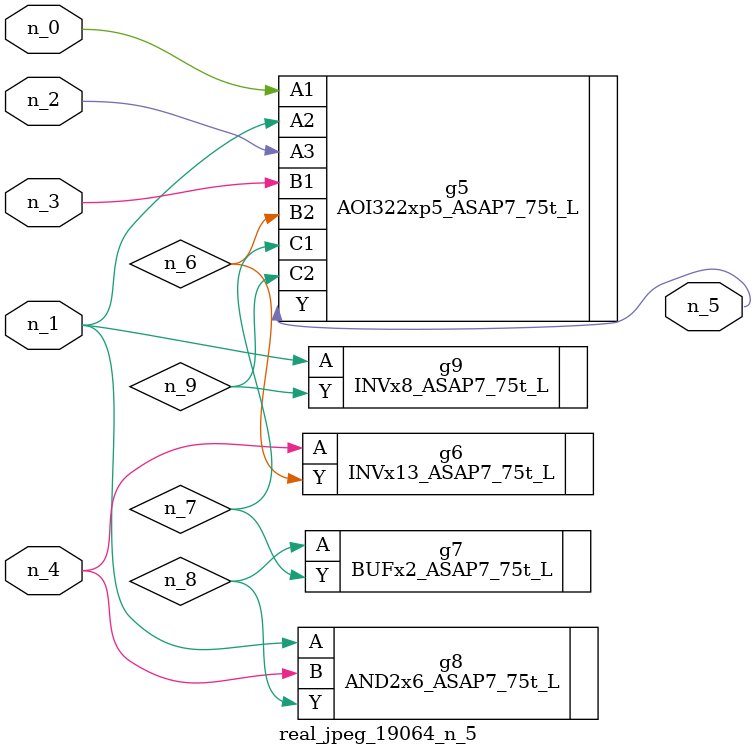
<source format=v>
module real_jpeg_19064_n_5 (n_4, n_0, n_1, n_2, n_3, n_5);

input n_4;
input n_0;
input n_1;
input n_2;
input n_3;

output n_5;

wire n_8;
wire n_6;
wire n_7;
wire n_9;

AOI322xp5_ASAP7_75t_L g5 ( 
.A1(n_0),
.A2(n_1),
.A3(n_2),
.B1(n_3),
.B2(n_6),
.C1(n_7),
.C2(n_9),
.Y(n_5)
);

AND2x6_ASAP7_75t_L g8 ( 
.A(n_1),
.B(n_4),
.Y(n_8)
);

INVx8_ASAP7_75t_L g9 ( 
.A(n_1),
.Y(n_9)
);

INVx13_ASAP7_75t_L g6 ( 
.A(n_4),
.Y(n_6)
);

BUFx2_ASAP7_75t_L g7 ( 
.A(n_8),
.Y(n_7)
);


endmodule
</source>
